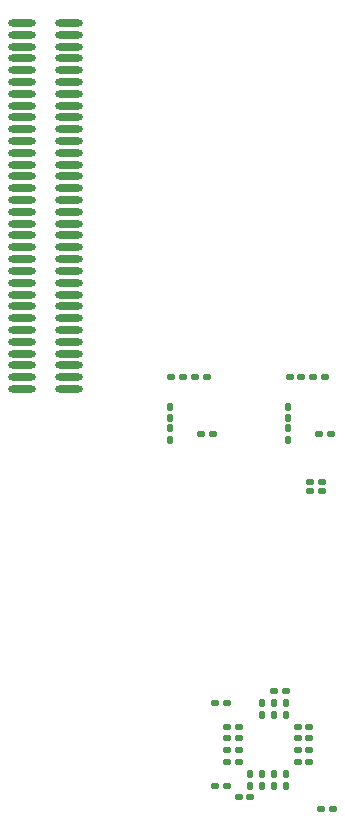
<source format=gbp>
G04*
G04 #@! TF.GenerationSoftware,Altium Limited,Altium Designer,21.7.2 (23)*
G04*
G04 Layer_Color=128*
%FSLAX43Y43*%
%MOMM*%
G71*
G04*
G04 #@! TF.SameCoordinates,9207B031-9538-4005-B85C-AF880B68FBDC*
G04*
G04*
G04 #@! TF.FilePolarity,Positive*
G04*
G01*
G75*
G04:AMPARAMS|DCode=20|XSize=0.5mm|YSize=0.6mm|CornerRadius=0.125mm|HoleSize=0mm|Usage=FLASHONLY|Rotation=0.000|XOffset=0mm|YOffset=0mm|HoleType=Round|Shape=RoundedRectangle|*
%AMROUNDEDRECTD20*
21,1,0.500,0.350,0,0,0.0*
21,1,0.250,0.600,0,0,0.0*
1,1,0.250,0.125,-0.175*
1,1,0.250,-0.125,-0.175*
1,1,0.250,-0.125,0.175*
1,1,0.250,0.125,0.175*
%
%ADD20ROUNDEDRECTD20*%
G04:AMPARAMS|DCode=21|XSize=0.5mm|YSize=0.6mm|CornerRadius=0.125mm|HoleSize=0mm|Usage=FLASHONLY|Rotation=90.000|XOffset=0mm|YOffset=0mm|HoleType=Round|Shape=RoundedRectangle|*
%AMROUNDEDRECTD21*
21,1,0.500,0.350,0,0,90.0*
21,1,0.250,0.600,0,0,90.0*
1,1,0.250,0.175,0.125*
1,1,0.250,0.175,-0.125*
1,1,0.250,-0.175,-0.125*
1,1,0.250,-0.175,0.125*
%
%ADD21ROUNDEDRECTD21*%
%ADD200O,2.337X0.610*%
D20*
X175400Y133100D02*
D03*
Y132100D02*
D03*
X165400Y133100D02*
D03*
Y132100D02*
D03*
X165400Y130300D02*
D03*
Y131300D02*
D03*
X175240Y107000D02*
D03*
Y108000D02*
D03*
X174240Y107000D02*
D03*
Y108000D02*
D03*
X173240Y107000D02*
D03*
Y108000D02*
D03*
X172240Y102000D02*
D03*
Y101000D02*
D03*
X173240Y102000D02*
D03*
Y101000D02*
D03*
X174240Y102000D02*
D03*
Y101000D02*
D03*
X175240Y102000D02*
D03*
Y101000D02*
D03*
X175400Y131300D02*
D03*
Y130300D02*
D03*
D21*
X168050Y130800D02*
D03*
X169050D02*
D03*
X174240Y109000D02*
D03*
X175240D02*
D03*
X178240Y99000D02*
D03*
X179240D02*
D03*
X171240Y103000D02*
D03*
X170240D02*
D03*
Y101000D02*
D03*
X169240D02*
D03*
X172240Y100000D02*
D03*
X171240D02*
D03*
X177240Y103000D02*
D03*
X176240D02*
D03*
Y104000D02*
D03*
X177240D02*
D03*
X176240Y105000D02*
D03*
X177240D02*
D03*
X176240Y106000D02*
D03*
X177240D02*
D03*
X171240Y104000D02*
D03*
X170240D02*
D03*
Y105000D02*
D03*
X171240D02*
D03*
Y106000D02*
D03*
X170240D02*
D03*
Y108000D02*
D03*
X169240D02*
D03*
X168550Y135600D02*
D03*
X167550D02*
D03*
X166550D02*
D03*
X165550D02*
D03*
X176550D02*
D03*
X175550D02*
D03*
X178550D02*
D03*
X177550D02*
D03*
X179050Y130800D02*
D03*
X178050D02*
D03*
X178300Y126750D02*
D03*
X177300D02*
D03*
X177300Y125975D02*
D03*
X178300D02*
D03*
D200*
X156902Y136584D02*
D03*
Y149584D02*
D03*
Y150584D02*
D03*
Y151584D02*
D03*
Y152584D02*
D03*
Y155584D02*
D03*
Y156584D02*
D03*
Y157584D02*
D03*
Y158584D02*
D03*
Y159584D02*
D03*
Y160584D02*
D03*
Y161584D02*
D03*
Y163584D02*
D03*
Y164584D02*
D03*
X152902Y140584D02*
D03*
Y136584D02*
D03*
X156902Y135584D02*
D03*
Y134584D02*
D03*
Y137584D02*
D03*
X152902D02*
D03*
Y135584D02*
D03*
Y138584D02*
D03*
Y141584D02*
D03*
Y134584D02*
D03*
Y139584D02*
D03*
X156902Y154584D02*
D03*
Y162584D02*
D03*
Y153584D02*
D03*
X152902Y142584D02*
D03*
Y149584D02*
D03*
Y150584D02*
D03*
Y143584D02*
D03*
Y162584D02*
D03*
Y153584D02*
D03*
Y145584D02*
D03*
Y158584D02*
D03*
Y156584D02*
D03*
Y157584D02*
D03*
Y159584D02*
D03*
Y155584D02*
D03*
Y146584D02*
D03*
Y152584D02*
D03*
Y147584D02*
D03*
Y161584D02*
D03*
Y144584D02*
D03*
Y154584D02*
D03*
Y160584D02*
D03*
Y151584D02*
D03*
Y163584D02*
D03*
Y164584D02*
D03*
Y148584D02*
D03*
X156902Y139584D02*
D03*
Y141584D02*
D03*
Y142584D02*
D03*
Y143584D02*
D03*
Y144584D02*
D03*
Y145584D02*
D03*
Y146584D02*
D03*
Y147584D02*
D03*
Y148584D02*
D03*
Y140584D02*
D03*
Y138584D02*
D03*
X152902Y165584D02*
D03*
X156902D02*
D03*
M02*

</source>
